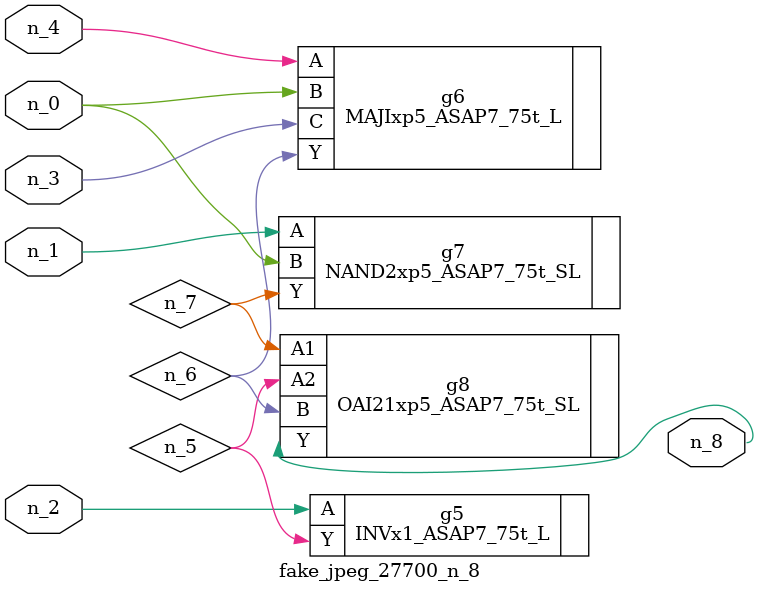
<source format=v>
module fake_jpeg_27700_n_8 (n_3, n_2, n_1, n_0, n_4, n_8);

input n_3;
input n_2;
input n_1;
input n_0;
input n_4;

output n_8;

wire n_6;
wire n_5;
wire n_7;

INVx1_ASAP7_75t_L g5 ( 
.A(n_2),
.Y(n_5)
);

MAJIxp5_ASAP7_75t_L g6 ( 
.A(n_4),
.B(n_0),
.C(n_3),
.Y(n_6)
);

NAND2xp5_ASAP7_75t_SL g7 ( 
.A(n_1),
.B(n_0),
.Y(n_7)
);

OAI21xp5_ASAP7_75t_SL g8 ( 
.A1(n_7),
.A2(n_5),
.B(n_6),
.Y(n_8)
);


endmodule
</source>
